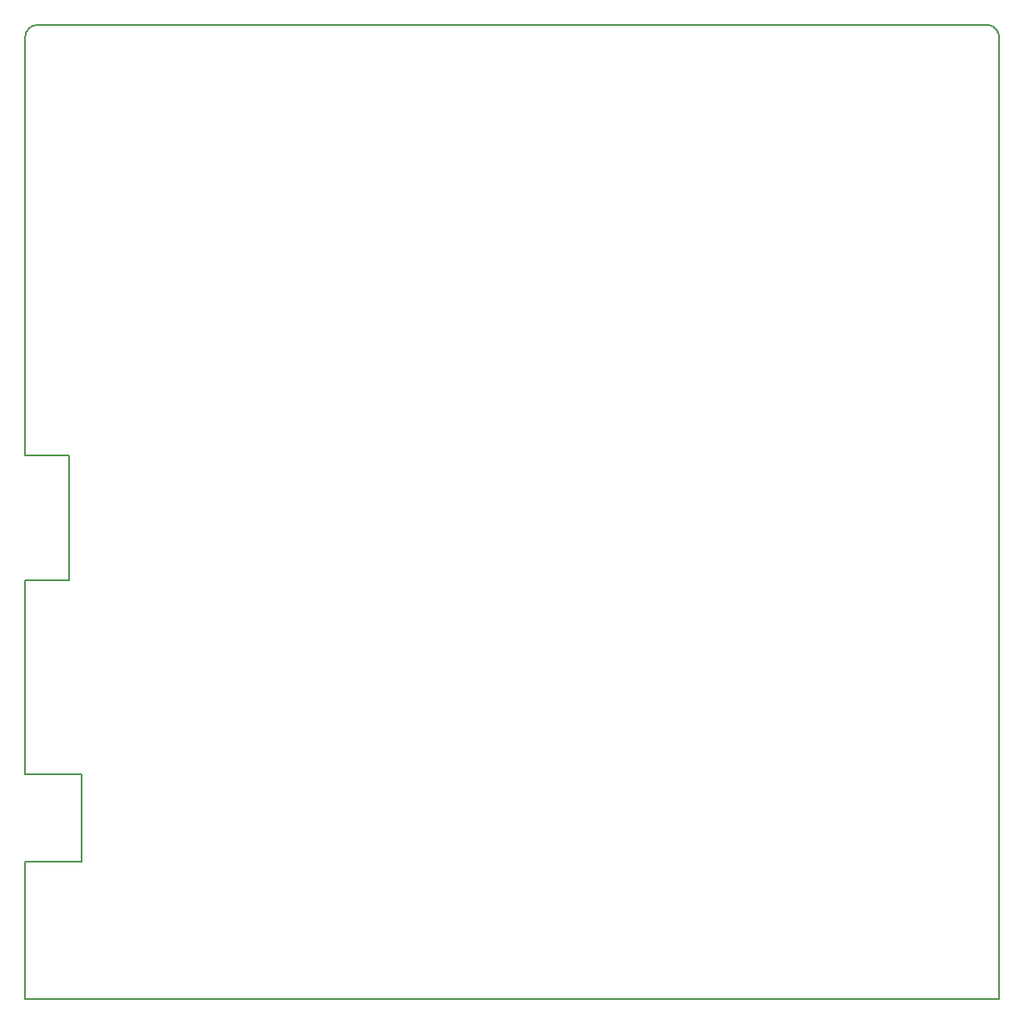
<source format=gm1>
G04 #@! TF.FileFunction,Profile,NP*
%FSLAX46Y46*%
G04 Gerber Fmt 4.6, Leading zero omitted, Abs format (unit mm)*
G04 Created by KiCad (PCBNEW 4.0.7) date 11/17/19 02:37:22*
%MOMM*%
%LPD*%
G01*
G04 APERTURE LIST*
%ADD10C,0.100000*%
%ADD11C,0.150000*%
G04 APERTURE END LIST*
D10*
D11*
X199390000Y-52705000D02*
X199390000Y-49530000D01*
X194945000Y-48260000D02*
X198120000Y-48260000D01*
X101600000Y-48260000D02*
X104775000Y-48260000D01*
X100330000Y-49530000D02*
X100330000Y-52705000D01*
X101600000Y-48260000D02*
G75*
G03X100330000Y-49530000I0J-1270000D01*
G01*
X199390000Y-49530000D02*
G75*
G03X198120000Y-48260000I-1270000J0D01*
G01*
X100330000Y-124460000D02*
X100330000Y-123825000D01*
X106045000Y-124460000D02*
X100330000Y-124460000D01*
X106045000Y-133350000D02*
X106045000Y-124460000D01*
X100330000Y-133350000D02*
X106045000Y-133350000D01*
X100330000Y-133985000D02*
X100330000Y-133350000D01*
X100330000Y-133985000D02*
X100330000Y-147320000D01*
X100330000Y-104775000D02*
X100330000Y-123825000D01*
X104775000Y-104775000D02*
X100330000Y-104775000D01*
X104775000Y-92075000D02*
X104775000Y-104775000D01*
X100330000Y-92075000D02*
X104775000Y-92075000D01*
X100330000Y-52705000D02*
X100330000Y-92075000D01*
X104775000Y-48260000D02*
X194945000Y-48260000D01*
X199390000Y-52705000D02*
X199390000Y-147320000D01*
X199390000Y-147320000D02*
X100330000Y-147320000D01*
M02*

</source>
